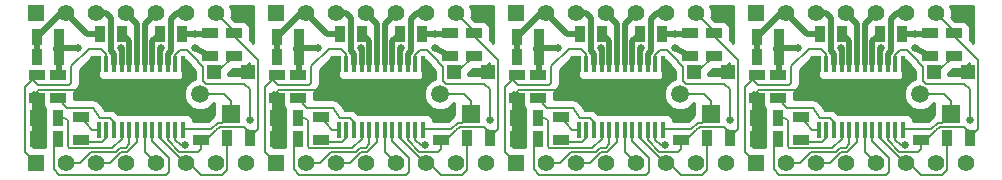
<source format=gtl>
G75*
G70*
%OFA0B0*%
%FSLAX25Y25*%
%IPPOS*%
%LPD*%
%AMOC8*
5,1,8,0,0,1.08239X$1,22.5*
%
%ADD10C,0.05500*%
%ADD11R,0.05500X0.05500*%
%ADD12R,0.01650X0.05790*%
%ADD13C,0.01900*%
%ADD14C,0.00600*%
%ADD20C,0.01000*%
%ADD24R,0.06300X0.05910*%
%ADD25R,0.05710X0.05910*%
%ADD29R,0.05500X0.03500*%
%ADD30C,0.05910*%
%ADD34C,0.02500*%
%ADD35R,0.04720X0.04720*%
%ADD37R,0.03500X0.05500*%
X0010000Y0010000D02*
G01*
D14*
D24*
X0080000Y0031500D03*
D35*
X0085710Y0045280D03*
X0074290Y0045280D03*
D29*
X0070000Y0030250D03*
X0070000Y0022750D03*
D37*
X0043750Y0058000D03*
X0036250Y0058000D03*
X0056250Y0058000D03*
X0063750Y0058000D03*
X0014750Y0023000D03*
X0022250Y0023000D03*
D29*
X0015500Y0044250D03*
X0015500Y0036750D03*
D37*
X0086250Y0023500D03*
X0078750Y0023500D03*
D29*
X0081000Y0058250D03*
X0081000Y0050750D03*
X0022500Y0036750D03*
X0022500Y0044250D03*
D37*
X0015250Y0050500D03*
X0022750Y0050500D03*
D29*
X0030000Y0030250D03*
X0030000Y0022750D03*
X0073000Y0058250D03*
X0073000Y0050750D03*
D37*
X0015250Y0057000D03*
X0022750Y0057000D03*
X0022250Y0030000D03*
X0014750Y0030000D03*
D11*
X0015000Y0065000D03*
D10*
X0025000Y0065000D03*
X0035000Y0065000D03*
X0045000Y0065000D03*
X0055000Y0065000D03*
X0065000Y0065000D03*
X0075000Y0065000D03*
X0085000Y0065000D03*
D11*
X0015000Y0015000D03*
D10*
X0025000Y0015000D03*
X0035000Y0015000D03*
X0045000Y0015000D03*
X0055000Y0015000D03*
X0065000Y0015000D03*
X0075000Y0015000D03*
X0085000Y0015000D03*
D25*
X0055710Y0034040D03*
X0050000Y0034040D03*
X0044290Y0034040D03*
X0044290Y0039950D03*
D12*
X0048720Y0025980D03*
X0051280Y0025980D03*
X0053840Y0025980D03*
X0056400Y0025980D03*
X0041080Y0048000D03*
X0041040Y0025980D03*
X0043600Y0025980D03*
X0046160Y0025980D03*
X0058960Y0048020D03*
X0056400Y0048020D03*
X0053840Y0048020D03*
X0051280Y0048020D03*
X0048720Y0048020D03*
X0046160Y0048020D03*
X0058960Y0025980D03*
X0043600Y0048000D03*
X0038480Y0025980D03*
X0061520Y0025980D03*
X0061520Y0048020D03*
X0038480Y0048020D03*
X0035930Y0025980D03*
X0064070Y0025980D03*
X0064070Y0048020D03*
X0035930Y0048020D03*
D25*
X0050000Y0039950D03*
X0055710Y0039950D03*
D30*
X0069750Y0038000D03*
D34*
X0086400Y0029400D03*
X0064700Y0020900D03*
X0056800Y0053300D03*
X0029100Y0053300D03*
X0043300Y0053300D03*
X0068000Y0053300D03*
X0080700Y0045200D03*
X0068000Y0058000D03*
D13*
X0051280Y0061280D02*
X0055000Y0065000D01*
X0051280Y0048020D02*
X0051280Y0061280D01*
X0058960Y0048020D02*
X0058960Y0051460D01*
X0062000Y0065000D02*
X0065000Y0065000D01*
X0060000Y0063000D02*
X0062000Y0065000D01*
X0060000Y0052500D02*
X0060000Y0063000D01*
X0058960Y0051460D02*
X0060000Y0052500D01*
X0048720Y0048020D02*
X0048720Y0061280D01*
X0048720Y0061280D02*
X0045000Y0065000D01*
X0040000Y0063500D02*
X0038500Y0065000D01*
X0035500Y0065000D02*
X0035000Y0065000D01*
X0041080Y0051420D02*
X0040000Y0052500D01*
X0040000Y0052500D02*
X0040000Y0063500D01*
X0038500Y0065000D02*
X0035000Y0065000D01*
X0041080Y0048000D02*
X0041080Y0051420D01*
D14*
X0069100Y0048650D02*
X0070750Y0047000D01*
X0065300Y0052700D02*
X0069100Y0048900D01*
X0061520Y0051120D02*
X0063100Y0052700D01*
X0069100Y0048900D02*
X0069100Y0048650D01*
X0063100Y0052700D02*
X0065300Y0052700D01*
X0084500Y0041500D02*
X0086400Y0039600D01*
X0061520Y0051120D02*
X0061520Y0048020D01*
X0071750Y0041500D02*
X0084500Y0041500D01*
X0070750Y0047000D02*
X0070750Y0042500D01*
X0070750Y0042500D02*
X0071750Y0041500D01*
X0086400Y0039600D02*
X0086400Y0029400D01*
X0015800Y0041000D02*
X0014500Y0042300D01*
X0038480Y0048020D02*
X0038480Y0051420D01*
X0014500Y0042300D02*
X0015500Y0044250D01*
X0026100Y0041000D02*
X0015800Y0041000D01*
X0026800Y0041700D02*
X0026100Y0041000D01*
X0026800Y0047300D02*
X0026800Y0041700D01*
X0032600Y0053100D02*
X0026800Y0047300D01*
X0036800Y0053100D02*
X0032600Y0053100D01*
X0038480Y0051420D02*
X0036800Y0053100D01*
X0011300Y0040500D02*
X0015500Y0044250D01*
X0011300Y0018700D02*
X0011300Y0040500D01*
X0015000Y0015000D02*
X0011300Y0018700D01*
X0041500Y0018700D02*
X0033500Y0018700D01*
X0033500Y0018700D02*
X0029800Y0015000D01*
X0041500Y0018700D02*
X0041600Y0018700D01*
X0025000Y0015000D02*
X0029800Y0015000D01*
X0044900Y0020100D02*
X0046160Y0021360D01*
X0043000Y0020100D02*
X0044900Y0020100D01*
X0041600Y0018700D02*
X0043000Y0020100D01*
X0046160Y0021360D02*
X0046160Y0025980D01*
X0048720Y0022120D02*
X0045300Y0018700D01*
X0048720Y0025980D02*
X0048720Y0022120D01*
X0045300Y0018700D02*
X0043500Y0018700D01*
X0039800Y0015000D02*
X0035000Y0015000D01*
X0043500Y0018700D02*
X0039800Y0015000D01*
X0061520Y0025980D02*
X0061520Y0022780D01*
X0063400Y0020900D02*
X0064700Y0020900D01*
X0061520Y0022780D02*
X0063400Y0020900D01*
D13*
X0056400Y0052900D02*
X0056800Y0053300D01*
X0073000Y0050700D02*
X0073000Y0050750D01*
X0043600Y0048000D02*
X0043600Y0053000D01*
X0022750Y0057000D02*
X0021750Y0053000D01*
X0022000Y0053000D02*
X0021750Y0053000D01*
X0021750Y0053000D02*
X0022750Y0050500D01*
X0043600Y0053000D02*
X0043300Y0053300D01*
X0021750Y0053300D02*
X0022000Y0053050D01*
X0029100Y0053300D02*
X0021750Y0053300D01*
X0068000Y0053300D02*
X0073000Y0050700D01*
X0022750Y0044000D02*
X0022500Y0044250D01*
X0022000Y0053050D02*
X0022000Y0053000D01*
X0022750Y0050500D02*
X0022750Y0044000D01*
X0056400Y0048020D02*
X0056400Y0052900D01*
D14*
X0051280Y0025980D02*
X0051280Y0018720D01*
X0051280Y0018720D02*
X0055000Y0015000D01*
X0077200Y0011100D02*
X0078750Y0012650D01*
X0065000Y0015000D02*
X0064700Y0015000D01*
X0056400Y0023300D02*
X0056400Y0025980D01*
X0064700Y0015000D02*
X0056400Y0023300D01*
X0078750Y0012650D02*
X0078750Y0023500D01*
X0070000Y0011100D02*
X0077200Y0011100D01*
X0065000Y0015000D02*
X0066100Y0015000D01*
X0066100Y0015000D02*
X0070000Y0011100D01*
X0015500Y0035500D02*
X0015500Y0036750D01*
X0016000Y0039500D02*
X0034000Y0039500D01*
X0035930Y0048020D02*
X0035930Y0041570D01*
X0035930Y0048020D02*
X0035930Y0049280D01*
X0034000Y0039500D02*
X0039560Y0034040D01*
X0044290Y0034040D02*
X0055710Y0034040D01*
X0066210Y0034040D02*
X0070000Y0030250D01*
X0037550Y0039950D02*
X0044290Y0039950D01*
X0055710Y0039950D02*
X0050000Y0039950D01*
X0014750Y0030000D02*
X0015500Y0035500D01*
X0050000Y0039950D02*
X0044290Y0039950D01*
X0035930Y0041570D02*
X0037550Y0039950D01*
X0080780Y0045280D02*
X0080700Y0045200D01*
X0014750Y0030000D02*
X0014750Y0023000D01*
X0064070Y0048020D02*
X0064070Y0041870D01*
X0055710Y0034040D02*
X0055710Y0039950D01*
X0015500Y0036750D02*
X0015500Y0039000D01*
X0062150Y0039950D02*
X0055710Y0039950D01*
X0015500Y0039000D02*
X0016000Y0039500D01*
X0064070Y0041870D02*
X0062150Y0039950D01*
X0085710Y0045280D02*
X0080780Y0045280D01*
X0039560Y0034040D02*
X0044290Y0034040D01*
X0055710Y0034040D02*
X0066210Y0034040D01*
X0058500Y0031250D02*
X0055710Y0034040D01*
D13*
X0023250Y0065000D02*
X0015250Y0057000D01*
X0072750Y0058000D02*
X0073000Y0058250D01*
X0015250Y0057000D02*
X0015250Y0050500D01*
X0025000Y0065000D02*
X0023250Y0065000D01*
X0025000Y0065000D02*
X0023000Y0065000D01*
X0036250Y0058000D02*
X0032000Y0058000D01*
X0068000Y0058000D02*
X0072750Y0058000D01*
X0015000Y0057000D02*
X0015250Y0057000D01*
X0063750Y0058000D02*
X0068000Y0058000D01*
X0032000Y0058000D02*
X0025000Y0065000D01*
D14*
X0075530Y0045280D02*
X0081000Y0050750D01*
X0074290Y0045280D02*
X0075530Y0045280D01*
X0022250Y0030000D02*
X0024500Y0030000D01*
X0025600Y0029400D02*
X0024500Y0030000D01*
X0025900Y0020000D02*
X0025600Y0020800D01*
X0025600Y0020800D02*
X0025600Y0029400D01*
X0040400Y0020000D02*
X0032900Y0020000D01*
X0043600Y0023200D02*
X0040400Y0020000D01*
X0043600Y0023200D02*
X0043600Y0025980D01*
X0032900Y0020000D02*
X0025900Y0020000D01*
D13*
X0053840Y0055590D02*
X0056250Y0058000D01*
X0053840Y0048020D02*
X0053840Y0055590D01*
X0046160Y0048020D02*
X0046160Y0055590D01*
X0046160Y0055590D02*
X0043750Y0058000D01*
D14*
X0025500Y0033500D02*
X0022500Y0036750D01*
X0041040Y0028660D02*
X0039700Y0030000D01*
X0034000Y0033500D02*
X0025500Y0033500D01*
X0041040Y0025980D02*
X0041040Y0028660D01*
X0039700Y0030000D02*
X0036500Y0030000D01*
X0036500Y0030000D02*
X0034000Y0033500D01*
X0037200Y0022100D02*
X0030150Y0022100D01*
X0038480Y0023380D02*
X0037200Y0022100D01*
X0030150Y0022100D02*
X0030000Y0022750D01*
X0038480Y0025980D02*
X0038480Y0023380D01*
X0035930Y0025980D02*
X0033770Y0025980D01*
X0033770Y0025980D02*
X0030000Y0030250D01*
X0077000Y0028500D02*
X0075750Y0028500D01*
X0080000Y0031500D02*
X0077000Y0028500D01*
X0064340Y0026250D02*
X0064070Y0025980D01*
X0073500Y0026250D02*
X0064340Y0026250D01*
X0075750Y0028500D02*
X0073500Y0026250D01*
X0064090Y0026000D02*
X0064070Y0025980D01*
X0080000Y0031500D02*
X0080000Y0035750D01*
X0077750Y0038000D02*
X0069750Y0038000D01*
X0080000Y0035750D02*
X0077750Y0038000D01*
X0064070Y0025980D02*
X0064380Y0025980D01*
X0059300Y0012100D02*
X0058300Y0011100D01*
X0053840Y0022260D02*
X0059300Y0016800D01*
X0022700Y0011100D02*
X0022700Y0011200D01*
X0022700Y0011200D02*
X0021000Y0012900D01*
X0021000Y0012900D02*
X0021000Y0022350D01*
X0053840Y0025980D02*
X0053840Y0022260D01*
X0059300Y0016800D02*
X0059300Y0012100D01*
X0058300Y0011100D02*
X0022700Y0011100D01*
X0021000Y0022350D02*
X0022250Y0023000D01*
X0083100Y0027200D02*
X0076300Y0027200D01*
X0086250Y0025250D02*
X0084300Y0027200D01*
X0083100Y0027200D02*
X0084300Y0027200D01*
X0071750Y0022750D02*
X0070000Y0022750D01*
X0074900Y0025900D02*
X0071750Y0022750D01*
X0075000Y0025900D02*
X0074900Y0025900D01*
X0076300Y0027200D02*
X0075000Y0025900D01*
X0081000Y0058250D02*
X0081000Y0057500D01*
X0089000Y0026250D02*
X0086250Y0023500D01*
X0089000Y0049500D02*
X0089000Y0026250D01*
X0081000Y0057500D02*
X0089000Y0049500D01*
X0070000Y0022750D02*
X0070000Y0023800D01*
X0058960Y0025980D02*
X0058960Y0022540D01*
X0070000Y0019700D02*
X0070000Y0022750D01*
X0069000Y0018700D02*
X0070000Y0019700D01*
X0062800Y0018700D02*
X0069000Y0018700D01*
X0058960Y0022540D02*
X0062800Y0018700D01*
X0086250Y0023500D02*
X0086250Y0025250D01*
X0086250Y0024050D02*
X0086250Y0023500D01*
X0086250Y0025250D02*
X0086250Y0023500D01*
X0081000Y0059000D02*
X0075000Y0065000D01*
X0081000Y0058250D02*
X0081000Y0059000D01*
G36*
X0018110Y0026510D02*
X0018010Y0026250D01*
X0018010Y0025260D01*
X0018010Y0020240D01*
X0017260Y0020240D01*
X0014100Y0020240D01*
X0014100Y0038840D01*
X0014720Y0038420D01*
X0014730Y0038410D01*
X0015790Y0038210D01*
X0015800Y0038200D01*
X0017260Y0038200D01*
X0017260Y0038010D01*
X0017260Y0034510D01*
X0017640Y0033590D01*
X0018010Y0033220D01*
X0018010Y0032260D01*
X0018010Y0026760D01*
X0018110Y0026510D01*
X0018110Y0026510D01*
G37*
D20*
X0018110Y0026510D02*
X0018010Y0026250D01*
X0018010Y0025260D01*
X0018010Y0020240D01*
X0017260Y0020240D01*
X0014100Y0020240D01*
X0014100Y0038840D01*
X0014720Y0038420D01*
X0014730Y0038410D01*
X0015790Y0038210D01*
X0015800Y0038200D01*
X0017260Y0038200D01*
X0017260Y0038010D01*
X0017260Y0034510D01*
X0017640Y0033590D01*
X0018010Y0033220D01*
X0018010Y0032260D01*
X0018010Y0026760D01*
X0018110Y0026510D01*
D14*
G36*
X0074360Y0030880D02*
X0073770Y0030480D01*
X0072340Y0029050D01*
X0067380Y0029050D01*
X0067380Y0029360D01*
X0067000Y0030280D01*
X0066300Y0030980D01*
X0065390Y0031360D01*
X0064400Y0031360D01*
X0062840Y0031360D01*
X0062760Y0031360D01*
X0061850Y0031360D01*
X0060280Y0031360D01*
X0060210Y0031360D01*
X0059290Y0031360D01*
X0057720Y0031360D01*
X0057650Y0031360D01*
X0056730Y0031360D01*
X0055160Y0031360D01*
X0055090Y0031360D01*
X0054170Y0031360D01*
X0052600Y0031360D01*
X0052530Y0031360D01*
X0051610Y0031360D01*
X0050040Y0031360D01*
X0049970Y0031360D01*
X0049050Y0031360D01*
X0047480Y0031360D01*
X0047410Y0031360D01*
X0046490Y0031360D01*
X0044920Y0031360D01*
X0044850Y0031360D01*
X0043930Y0031360D01*
X0042360Y0031360D01*
X0042300Y0031360D01*
X0041680Y0031980D01*
X0040770Y0032590D01*
X0039700Y0032800D01*
X0037940Y0032800D01*
X0036280Y0035130D01*
X0036100Y0035310D01*
X0035980Y0035480D01*
X0035740Y0035640D01*
X0035490Y0035880D01*
X0035250Y0035970D01*
X0035070Y0036090D01*
X0034750Y0036160D01*
X0034460Y0036260D01*
X0034230Y0036260D01*
X0034000Y0036300D01*
X0027740Y0036300D01*
X0027740Y0038800D01*
X0028080Y0039020D01*
X0028770Y0039710D01*
X0028770Y0039720D01*
X0028780Y0039720D01*
X0029380Y0040620D01*
X0029390Y0040630D01*
X0029590Y0041690D01*
X0029600Y0041700D01*
X0029600Y0046140D01*
X0033760Y0050300D01*
X0035170Y0050300D01*
X0035170Y0044640D01*
X0035550Y0043720D01*
X0036250Y0043020D01*
X0037160Y0042640D01*
X0038150Y0042640D01*
X0039710Y0042640D01*
X0039760Y0042620D01*
X0040750Y0042620D01*
X0042280Y0042620D01*
X0042390Y0042620D01*
X0043270Y0042620D01*
X0044910Y0042620D01*
X0044950Y0042640D01*
X0045830Y0042640D01*
X0047400Y0042640D01*
X0047470Y0042640D01*
X0048390Y0042640D01*
X0049960Y0042640D01*
X0050030Y0042640D01*
X0050950Y0042640D01*
X0052520Y0042640D01*
X0052590Y0042640D01*
X0053510Y0042640D01*
X0055080Y0042640D01*
X0055150Y0042640D01*
X0056070Y0042640D01*
X0057640Y0042640D01*
X0057710Y0042640D01*
X0058630Y0042640D01*
X0060200Y0042640D01*
X0060270Y0042640D01*
X0061190Y0042640D01*
X0062830Y0042640D01*
X0063750Y0043020D01*
X0064450Y0043720D01*
X0064830Y0044630D01*
X0064830Y0045620D01*
X0064830Y0049210D01*
X0066610Y0047430D01*
X0067120Y0046670D01*
X0067950Y0045840D01*
X0067950Y0043150D01*
X0066670Y0042610D01*
X0065140Y0041080D01*
X0064310Y0039080D01*
X0064310Y0036920D01*
X0065140Y0034920D01*
X0066670Y0033390D01*
X0068670Y0032560D01*
X0070830Y0032560D01*
X0072830Y0033390D01*
X0074360Y0034920D01*
X0074360Y0033960D01*
X0074360Y0030880D01*
X0074360Y0030880D01*
G37*
D20*
X0074360Y0030880D02*
X0073770Y0030480D01*
X0072340Y0029050D01*
X0067380Y0029050D01*
X0067380Y0029360D01*
X0067000Y0030280D01*
X0066300Y0030980D01*
X0065390Y0031360D01*
X0064400Y0031360D01*
X0062840Y0031360D01*
X0062760Y0031360D01*
X0061850Y0031360D01*
X0060280Y0031360D01*
X0060210Y0031360D01*
X0059290Y0031360D01*
X0057720Y0031360D01*
X0057650Y0031360D01*
X0056730Y0031360D01*
X0055160Y0031360D01*
X0055090Y0031360D01*
X0054170Y0031360D01*
X0052600Y0031360D01*
X0052530Y0031360D01*
X0051610Y0031360D01*
X0050040Y0031360D01*
X0049970Y0031360D01*
X0049050Y0031360D01*
X0047480Y0031360D01*
X0047410Y0031360D01*
X0046490Y0031360D01*
X0044920Y0031360D01*
X0044850Y0031360D01*
X0043930Y0031360D01*
X0042360Y0031360D01*
X0042300Y0031360D01*
X0041680Y0031980D01*
X0040770Y0032590D01*
X0039700Y0032800D01*
X0037940Y0032800D01*
X0036280Y0035130D01*
X0036100Y0035310D01*
X0035980Y0035480D01*
X0035740Y0035640D01*
X0035490Y0035880D01*
X0035250Y0035970D01*
X0035070Y0036090D01*
X0034750Y0036160D01*
X0034460Y0036260D01*
X0034230Y0036260D01*
X0034000Y0036300D01*
X0027740Y0036300D01*
X0027740Y0038800D01*
X0028080Y0039020D01*
X0028770Y0039710D01*
X0028770Y0039720D01*
X0028780Y0039720D01*
X0029380Y0040620D01*
X0029390Y0040630D01*
X0029590Y0041690D01*
X0029600Y0041700D01*
X0029600Y0046140D01*
X0033760Y0050300D01*
X0035170Y0050300D01*
X0035170Y0044640D01*
X0035550Y0043720D01*
X0036250Y0043020D01*
X0037160Y0042640D01*
X0038150Y0042640D01*
X0039710Y0042640D01*
X0039760Y0042620D01*
X0040750Y0042620D01*
X0042280Y0042620D01*
X0042390Y0042620D01*
X0043270Y0042620D01*
X0044910Y0042620D01*
X0044950Y0042640D01*
X0045830Y0042640D01*
X0047400Y0042640D01*
X0047470Y0042640D01*
X0048390Y0042640D01*
X0049960Y0042640D01*
X0050030Y0042640D01*
X0050950Y0042640D01*
X0052520Y0042640D01*
X0052590Y0042640D01*
X0053510Y0042640D01*
X0055080Y0042640D01*
X0055150Y0042640D01*
X0056070Y0042640D01*
X0057640Y0042640D01*
X0057710Y0042640D01*
X0058630Y0042640D01*
X0060200Y0042640D01*
X0060270Y0042640D01*
X0061190Y0042640D01*
X0062830Y0042640D01*
X0063750Y0043020D01*
X0064450Y0043720D01*
X0064830Y0044630D01*
X0064830Y0045620D01*
X0064830Y0049210D01*
X0066610Y0047430D01*
X0067120Y0046670D01*
X0067950Y0045840D01*
X0067950Y0043150D01*
X0066670Y0042610D01*
X0065140Y0041080D01*
X0064310Y0039080D01*
X0064310Y0036920D01*
X0065140Y0034920D01*
X0066670Y0033390D01*
X0068670Y0032560D01*
X0070830Y0032560D01*
X0072830Y0033390D01*
X0074360Y0034920D01*
X0074360Y0033960D01*
X0074360Y0030880D01*
D14*
G36*
X0086200Y0043670D02*
X0085570Y0044090D01*
X0084500Y0044300D01*
X0079140Y0044300D01*
X0079140Y0044930D01*
X0080720Y0046510D01*
X0084240Y0046510D01*
X0085160Y0046890D01*
X0085860Y0047590D01*
X0086180Y0048360D01*
X0086200Y0048340D01*
X0086200Y0043670D01*
X0086200Y0043670D01*
G37*
D20*
X0086200Y0043670D02*
X0085570Y0044090D01*
X0084500Y0044300D01*
X0079140Y0044300D01*
X0079140Y0044930D01*
X0080720Y0046510D01*
X0084240Y0046510D01*
X0085160Y0046890D01*
X0085860Y0047590D01*
X0086180Y0048360D01*
X0086200Y0048340D01*
X0086200Y0043670D01*
D14*
G36*
X0087400Y0055060D02*
X0086240Y0056220D01*
X0086240Y0056990D01*
X0086240Y0060490D01*
X0085860Y0061410D01*
X0085160Y0062110D01*
X0084250Y0062490D01*
X0083260Y0062490D01*
X0081470Y0062490D01*
X0080170Y0063790D01*
X0080250Y0063950D01*
X0080250Y0066040D01*
X0079680Y0067400D01*
X0087400Y0067400D01*
X0087400Y0055060D01*
X0087400Y0055060D01*
G37*
D20*
X0087400Y0055060D02*
X0086240Y0056220D01*
X0086240Y0056990D01*
X0086240Y0060490D01*
X0085860Y0061410D01*
X0085160Y0062110D01*
X0084250Y0062490D01*
X0083260Y0062490D01*
X0081470Y0062490D01*
X0080170Y0063790D01*
X0080250Y0063950D01*
X0080250Y0066040D01*
X0079680Y0067400D01*
X0087400Y0067400D01*
X0087400Y0055060D01*
X0090000Y0010000D02*
G01*
D14*
D24*
X0160000Y0031500D03*
D35*
X0165710Y0045280D03*
X0154290Y0045280D03*
D29*
X0150000Y0030250D03*
X0150000Y0022750D03*
D37*
X0123750Y0058000D03*
X0116250Y0058000D03*
X0136250Y0058000D03*
X0143750Y0058000D03*
X0094750Y0023000D03*
X0102250Y0023000D03*
D29*
X0095500Y0044250D03*
X0095500Y0036750D03*
D37*
X0166250Y0023500D03*
X0158750Y0023500D03*
D29*
X0161000Y0058250D03*
X0161000Y0050750D03*
X0102500Y0036750D03*
X0102500Y0044250D03*
D37*
X0095250Y0050500D03*
X0102750Y0050500D03*
D29*
X0110000Y0030250D03*
X0110000Y0022750D03*
X0153000Y0058250D03*
X0153000Y0050750D03*
D37*
X0095250Y0057000D03*
X0102750Y0057000D03*
X0102250Y0030000D03*
X0094750Y0030000D03*
D11*
X0095000Y0065000D03*
D10*
X0105000Y0065000D03*
X0115000Y0065000D03*
X0125000Y0065000D03*
X0135000Y0065000D03*
X0145000Y0065000D03*
X0155000Y0065000D03*
X0165000Y0065000D03*
D11*
X0095000Y0015000D03*
D10*
X0105000Y0015000D03*
X0115000Y0015000D03*
X0125000Y0015000D03*
X0135000Y0015000D03*
X0145000Y0015000D03*
X0155000Y0015000D03*
X0165000Y0015000D03*
D25*
X0135710Y0034040D03*
X0130000Y0034040D03*
X0124290Y0034040D03*
X0124290Y0039950D03*
D12*
X0128720Y0025980D03*
X0131280Y0025980D03*
X0133840Y0025980D03*
X0136400Y0025980D03*
X0121080Y0048000D03*
X0121040Y0025980D03*
X0123600Y0025980D03*
X0126160Y0025980D03*
X0138960Y0048020D03*
X0136400Y0048020D03*
X0133840Y0048020D03*
X0131280Y0048020D03*
X0128720Y0048020D03*
X0126160Y0048020D03*
X0138960Y0025980D03*
X0123600Y0048000D03*
X0118480Y0025980D03*
X0141520Y0025980D03*
X0141520Y0048020D03*
X0118480Y0048020D03*
X0115930Y0025980D03*
X0144070Y0025980D03*
X0144070Y0048020D03*
X0115930Y0048020D03*
D25*
X0130000Y0039950D03*
X0135710Y0039950D03*
D30*
X0149750Y0038000D03*
D34*
X0166400Y0029400D03*
X0144700Y0020900D03*
X0136800Y0053300D03*
X0109100Y0053300D03*
X0123300Y0053300D03*
X0148000Y0053300D03*
X0160700Y0045200D03*
X0148000Y0058000D03*
D13*
X0131280Y0061280D02*
X0135000Y0065000D01*
X0131280Y0048020D02*
X0131280Y0061280D01*
X0138960Y0048020D02*
X0138960Y0051460D01*
X0142000Y0065000D02*
X0145000Y0065000D01*
X0140000Y0063000D02*
X0142000Y0065000D01*
X0140000Y0052500D02*
X0140000Y0063000D01*
X0138960Y0051460D02*
X0140000Y0052500D01*
X0128720Y0048020D02*
X0128720Y0061280D01*
X0128720Y0061280D02*
X0125000Y0065000D01*
X0120000Y0063500D02*
X0118500Y0065000D01*
X0115500Y0065000D02*
X0115000Y0065000D01*
X0121080Y0051420D02*
X0120000Y0052500D01*
X0120000Y0052500D02*
X0120000Y0063500D01*
X0118500Y0065000D02*
X0115000Y0065000D01*
X0121080Y0048000D02*
X0121080Y0051420D01*
D14*
X0149100Y0048650D02*
X0150750Y0047000D01*
X0145300Y0052700D02*
X0149100Y0048900D01*
X0141520Y0051120D02*
X0143100Y0052700D01*
X0149100Y0048900D02*
X0149100Y0048650D01*
X0143100Y0052700D02*
X0145300Y0052700D01*
X0164500Y0041500D02*
X0166400Y0039600D01*
X0141520Y0051120D02*
X0141520Y0048020D01*
X0151750Y0041500D02*
X0164500Y0041500D01*
X0150750Y0047000D02*
X0150750Y0042500D01*
X0150750Y0042500D02*
X0151750Y0041500D01*
X0166400Y0039600D02*
X0166400Y0029400D01*
X0095800Y0041000D02*
X0094500Y0042300D01*
X0118480Y0048020D02*
X0118480Y0051420D01*
X0094500Y0042300D02*
X0095500Y0044250D01*
X0106100Y0041000D02*
X0095800Y0041000D01*
X0106800Y0041700D02*
X0106100Y0041000D01*
X0106800Y0047300D02*
X0106800Y0041700D01*
X0112600Y0053100D02*
X0106800Y0047300D01*
X0116800Y0053100D02*
X0112600Y0053100D01*
X0118480Y0051420D02*
X0116800Y0053100D01*
X0091300Y0040500D02*
X0095500Y0044250D01*
X0091300Y0018700D02*
X0091300Y0040500D01*
X0095000Y0015000D02*
X0091300Y0018700D01*
X0121500Y0018700D02*
X0113500Y0018700D01*
X0113500Y0018700D02*
X0109800Y0015000D01*
X0121500Y0018700D02*
X0121600Y0018700D01*
X0105000Y0015000D02*
X0109800Y0015000D01*
X0124900Y0020100D02*
X0126160Y0021360D01*
X0123000Y0020100D02*
X0124900Y0020100D01*
X0121600Y0018700D02*
X0123000Y0020100D01*
X0126160Y0021360D02*
X0126160Y0025980D01*
X0128720Y0022120D02*
X0125300Y0018700D01*
X0128720Y0025980D02*
X0128720Y0022120D01*
X0125300Y0018700D02*
X0123500Y0018700D01*
X0119800Y0015000D02*
X0115000Y0015000D01*
X0123500Y0018700D02*
X0119800Y0015000D01*
X0141520Y0025980D02*
X0141520Y0022780D01*
X0143400Y0020900D02*
X0144700Y0020900D01*
X0141520Y0022780D02*
X0143400Y0020900D01*
D13*
X0136400Y0052900D02*
X0136800Y0053300D01*
X0153000Y0050700D02*
X0153000Y0050750D01*
X0123600Y0048000D02*
X0123600Y0053000D01*
X0102750Y0057000D02*
X0101750Y0053000D01*
X0102000Y0053000D02*
X0101750Y0053000D01*
X0101750Y0053000D02*
X0102750Y0050500D01*
X0123600Y0053000D02*
X0123300Y0053300D01*
X0101750Y0053300D02*
X0102000Y0053050D01*
X0109100Y0053300D02*
X0101750Y0053300D01*
X0148000Y0053300D02*
X0153000Y0050700D01*
X0102750Y0044000D02*
X0102500Y0044250D01*
X0102000Y0053050D02*
X0102000Y0053000D01*
X0102750Y0050500D02*
X0102750Y0044000D01*
X0136400Y0048020D02*
X0136400Y0052900D01*
D14*
X0131280Y0025980D02*
X0131280Y0018720D01*
X0131280Y0018720D02*
X0135000Y0015000D01*
X0157200Y0011100D02*
X0158750Y0012650D01*
X0145000Y0015000D02*
X0144700Y0015000D01*
X0136400Y0023300D02*
X0136400Y0025980D01*
X0144700Y0015000D02*
X0136400Y0023300D01*
X0158750Y0012650D02*
X0158750Y0023500D01*
X0150000Y0011100D02*
X0157200Y0011100D01*
X0145000Y0015000D02*
X0146100Y0015000D01*
X0146100Y0015000D02*
X0150000Y0011100D01*
X0095500Y0035500D02*
X0095500Y0036750D01*
X0096000Y0039500D02*
X0114000Y0039500D01*
X0115930Y0048020D02*
X0115930Y0041570D01*
X0115930Y0048020D02*
X0115930Y0049280D01*
X0114000Y0039500D02*
X0119560Y0034040D01*
X0124290Y0034040D02*
X0135710Y0034040D01*
X0146210Y0034040D02*
X0150000Y0030250D01*
X0117550Y0039950D02*
X0124290Y0039950D01*
X0135710Y0039950D02*
X0130000Y0039950D01*
X0094750Y0030000D02*
X0095500Y0035500D01*
X0130000Y0039950D02*
X0124290Y0039950D01*
X0115930Y0041570D02*
X0117550Y0039950D01*
X0160780Y0045280D02*
X0160700Y0045200D01*
X0094750Y0030000D02*
X0094750Y0023000D01*
X0144070Y0048020D02*
X0144070Y0041870D01*
X0135710Y0034040D02*
X0135710Y0039950D01*
X0095500Y0036750D02*
X0095500Y0039000D01*
X0142150Y0039950D02*
X0135710Y0039950D01*
X0095500Y0039000D02*
X0096000Y0039500D01*
X0144070Y0041870D02*
X0142150Y0039950D01*
X0165710Y0045280D02*
X0160780Y0045280D01*
X0119560Y0034040D02*
X0124290Y0034040D01*
X0135710Y0034040D02*
X0146210Y0034040D01*
X0138500Y0031250D02*
X0135710Y0034040D01*
D13*
X0103250Y0065000D02*
X0095250Y0057000D01*
X0152750Y0058000D02*
X0153000Y0058250D01*
X0095250Y0057000D02*
X0095250Y0050500D01*
X0105000Y0065000D02*
X0103250Y0065000D01*
X0105000Y0065000D02*
X0103000Y0065000D01*
X0116250Y0058000D02*
X0112000Y0058000D01*
X0148000Y0058000D02*
X0152750Y0058000D01*
X0095000Y0057000D02*
X0095250Y0057000D01*
X0143750Y0058000D02*
X0148000Y0058000D01*
X0112000Y0058000D02*
X0105000Y0065000D01*
D14*
X0155530Y0045280D02*
X0161000Y0050750D01*
X0154290Y0045280D02*
X0155530Y0045280D01*
X0102250Y0030000D02*
X0104500Y0030000D01*
X0105600Y0029400D02*
X0104500Y0030000D01*
X0105900Y0020000D02*
X0105600Y0020800D01*
X0105600Y0020800D02*
X0105600Y0029400D01*
X0120400Y0020000D02*
X0112900Y0020000D01*
X0123600Y0023200D02*
X0120400Y0020000D01*
X0123600Y0023200D02*
X0123600Y0025980D01*
X0112900Y0020000D02*
X0105900Y0020000D01*
D13*
X0133840Y0055590D02*
X0136250Y0058000D01*
X0133840Y0048020D02*
X0133840Y0055590D01*
X0126160Y0048020D02*
X0126160Y0055590D01*
X0126160Y0055590D02*
X0123750Y0058000D01*
D14*
X0105500Y0033500D02*
X0102500Y0036750D01*
X0121040Y0028660D02*
X0119700Y0030000D01*
X0114000Y0033500D02*
X0105500Y0033500D01*
X0121040Y0025980D02*
X0121040Y0028660D01*
X0119700Y0030000D02*
X0116500Y0030000D01*
X0116500Y0030000D02*
X0114000Y0033500D01*
X0117200Y0022100D02*
X0110150Y0022100D01*
X0118480Y0023380D02*
X0117200Y0022100D01*
X0110150Y0022100D02*
X0110000Y0022750D01*
X0118480Y0025980D02*
X0118480Y0023380D01*
X0115930Y0025980D02*
X0113770Y0025980D01*
X0113770Y0025980D02*
X0110000Y0030250D01*
X0157000Y0028500D02*
X0155750Y0028500D01*
X0160000Y0031500D02*
X0157000Y0028500D01*
X0144340Y0026250D02*
X0144070Y0025980D01*
X0153500Y0026250D02*
X0144340Y0026250D01*
X0155750Y0028500D02*
X0153500Y0026250D01*
X0144090Y0026000D02*
X0144070Y0025980D01*
X0160000Y0031500D02*
X0160000Y0035750D01*
X0157750Y0038000D02*
X0149750Y0038000D01*
X0160000Y0035750D02*
X0157750Y0038000D01*
X0144070Y0025980D02*
X0144380Y0025980D01*
X0139300Y0012100D02*
X0138300Y0011100D01*
X0133840Y0022260D02*
X0139300Y0016800D01*
X0102700Y0011100D02*
X0102700Y0011200D01*
X0102700Y0011200D02*
X0101000Y0012900D01*
X0101000Y0012900D02*
X0101000Y0022350D01*
X0133840Y0025980D02*
X0133840Y0022260D01*
X0139300Y0016800D02*
X0139300Y0012100D01*
X0138300Y0011100D02*
X0102700Y0011100D01*
X0101000Y0022350D02*
X0102250Y0023000D01*
X0163100Y0027200D02*
X0156300Y0027200D01*
X0166250Y0025250D02*
X0164300Y0027200D01*
X0163100Y0027200D02*
X0164300Y0027200D01*
X0151750Y0022750D02*
X0150000Y0022750D01*
X0154900Y0025900D02*
X0151750Y0022750D01*
X0155000Y0025900D02*
X0154900Y0025900D01*
X0156300Y0027200D02*
X0155000Y0025900D01*
X0161000Y0058250D02*
X0161000Y0057500D01*
X0169000Y0026250D02*
X0166250Y0023500D01*
X0169000Y0049500D02*
X0169000Y0026250D01*
X0161000Y0057500D02*
X0169000Y0049500D01*
X0150000Y0022750D02*
X0150000Y0023800D01*
X0138960Y0025980D02*
X0138960Y0022540D01*
X0150000Y0019700D02*
X0150000Y0022750D01*
X0149000Y0018700D02*
X0150000Y0019700D01*
X0142800Y0018700D02*
X0149000Y0018700D01*
X0138960Y0022540D02*
X0142800Y0018700D01*
X0166250Y0023500D02*
X0166250Y0025250D01*
X0166250Y0024050D02*
X0166250Y0023500D01*
X0166250Y0025250D02*
X0166250Y0023500D01*
X0161000Y0059000D02*
X0155000Y0065000D01*
X0161000Y0058250D02*
X0161000Y0059000D01*
G36*
X0098110Y0026510D02*
X0098010Y0026250D01*
X0098010Y0025260D01*
X0098010Y0020240D01*
X0097260Y0020240D01*
X0094100Y0020240D01*
X0094100Y0038840D01*
X0094720Y0038420D01*
X0094730Y0038410D01*
X0095790Y0038210D01*
X0095800Y0038200D01*
X0097260Y0038200D01*
X0097260Y0038010D01*
X0097260Y0034510D01*
X0097640Y0033590D01*
X0098010Y0033220D01*
X0098010Y0032260D01*
X0098010Y0026760D01*
X0098110Y0026510D01*
X0098110Y0026510D01*
G37*
D20*
X0098110Y0026510D02*
X0098010Y0026250D01*
X0098010Y0025260D01*
X0098010Y0020240D01*
X0097260Y0020240D01*
X0094100Y0020240D01*
X0094100Y0038840D01*
X0094720Y0038420D01*
X0094730Y0038410D01*
X0095790Y0038210D01*
X0095800Y0038200D01*
X0097260Y0038200D01*
X0097260Y0038010D01*
X0097260Y0034510D01*
X0097640Y0033590D01*
X0098010Y0033220D01*
X0098010Y0032260D01*
X0098010Y0026760D01*
X0098110Y0026510D01*
D14*
G36*
X0154360Y0030880D02*
X0153770Y0030480D01*
X0152340Y0029050D01*
X0147380Y0029050D01*
X0147380Y0029360D01*
X0147000Y0030280D01*
X0146300Y0030980D01*
X0145390Y0031360D01*
X0144400Y0031360D01*
X0142840Y0031360D01*
X0142760Y0031360D01*
X0141850Y0031360D01*
X0140280Y0031360D01*
X0140210Y0031360D01*
X0139290Y0031360D01*
X0137720Y0031360D01*
X0137650Y0031360D01*
X0136730Y0031360D01*
X0135160Y0031360D01*
X0135090Y0031360D01*
X0134170Y0031360D01*
X0132600Y0031360D01*
X0132530Y0031360D01*
X0131610Y0031360D01*
X0130040Y0031360D01*
X0129970Y0031360D01*
X0129050Y0031360D01*
X0127480Y0031360D01*
X0127410Y0031360D01*
X0126490Y0031360D01*
X0124920Y0031360D01*
X0124850Y0031360D01*
X0123930Y0031360D01*
X0122360Y0031360D01*
X0122300Y0031360D01*
X0121680Y0031980D01*
X0120770Y0032590D01*
X0119700Y0032800D01*
X0117940Y0032800D01*
X0116280Y0035130D01*
X0116100Y0035310D01*
X0115980Y0035480D01*
X0115740Y0035640D01*
X0115490Y0035880D01*
X0115250Y0035970D01*
X0115070Y0036090D01*
X0114750Y0036160D01*
X0114460Y0036260D01*
X0114230Y0036260D01*
X0114000Y0036300D01*
X0107740Y0036300D01*
X0107740Y0038800D01*
X0108080Y0039020D01*
X0108770Y0039710D01*
X0108770Y0039720D01*
X0108780Y0039720D01*
X0109380Y0040620D01*
X0109390Y0040630D01*
X0109590Y0041690D01*
X0109600Y0041700D01*
X0109600Y0046140D01*
X0113760Y0050300D01*
X0115170Y0050300D01*
X0115170Y0044640D01*
X0115550Y0043720D01*
X0116250Y0043020D01*
X0117160Y0042640D01*
X0118150Y0042640D01*
X0119710Y0042640D01*
X0119760Y0042620D01*
X0120750Y0042620D01*
X0122280Y0042620D01*
X0122390Y0042620D01*
X0123270Y0042620D01*
X0124910Y0042620D01*
X0124950Y0042640D01*
X0125830Y0042640D01*
X0127400Y0042640D01*
X0127470Y0042640D01*
X0128390Y0042640D01*
X0129960Y0042640D01*
X0130030Y0042640D01*
X0130950Y0042640D01*
X0132520Y0042640D01*
X0132590Y0042640D01*
X0133510Y0042640D01*
X0135080Y0042640D01*
X0135150Y0042640D01*
X0136070Y0042640D01*
X0137640Y0042640D01*
X0137710Y0042640D01*
X0138630Y0042640D01*
X0140200Y0042640D01*
X0140270Y0042640D01*
X0141190Y0042640D01*
X0142830Y0042640D01*
X0143750Y0043020D01*
X0144450Y0043720D01*
X0144830Y0044630D01*
X0144830Y0045620D01*
X0144830Y0049210D01*
X0146610Y0047430D01*
X0147120Y0046670D01*
X0147950Y0045840D01*
X0147950Y0043150D01*
X0146670Y0042610D01*
X0145140Y0041080D01*
X0144310Y0039080D01*
X0144310Y0036920D01*
X0145140Y0034920D01*
X0146670Y0033390D01*
X0148670Y0032560D01*
X0150830Y0032560D01*
X0152830Y0033390D01*
X0154360Y0034920D01*
X0154360Y0033960D01*
X0154360Y0030880D01*
X0154360Y0030880D01*
G37*
D20*
X0154360Y0030880D02*
X0153770Y0030480D01*
X0152340Y0029050D01*
X0147380Y0029050D01*
X0147380Y0029360D01*
X0147000Y0030280D01*
X0146300Y0030980D01*
X0145390Y0031360D01*
X0144400Y0031360D01*
X0142840Y0031360D01*
X0142760Y0031360D01*
X0141850Y0031360D01*
X0140280Y0031360D01*
X0140210Y0031360D01*
X0139290Y0031360D01*
X0137720Y0031360D01*
X0137650Y0031360D01*
X0136730Y0031360D01*
X0135160Y0031360D01*
X0135090Y0031360D01*
X0134170Y0031360D01*
X0132600Y0031360D01*
X0132530Y0031360D01*
X0131610Y0031360D01*
X0130040Y0031360D01*
X0129970Y0031360D01*
X0129050Y0031360D01*
X0127480Y0031360D01*
X0127410Y0031360D01*
X0126490Y0031360D01*
X0124920Y0031360D01*
X0124850Y0031360D01*
X0123930Y0031360D01*
X0122360Y0031360D01*
X0122300Y0031360D01*
X0121680Y0031980D01*
X0120770Y0032590D01*
X0119700Y0032800D01*
X0117940Y0032800D01*
X0116280Y0035130D01*
X0116100Y0035310D01*
X0115980Y0035480D01*
X0115740Y0035640D01*
X0115490Y0035880D01*
X0115250Y0035970D01*
X0115070Y0036090D01*
X0114750Y0036160D01*
X0114460Y0036260D01*
X0114230Y0036260D01*
X0114000Y0036300D01*
X0107740Y0036300D01*
X0107740Y0038800D01*
X0108080Y0039020D01*
X0108770Y0039710D01*
X0108770Y0039720D01*
X0108780Y0039720D01*
X0109380Y0040620D01*
X0109390Y0040630D01*
X0109590Y0041690D01*
X0109600Y0041700D01*
X0109600Y0046140D01*
X0113760Y0050300D01*
X0115170Y0050300D01*
X0115170Y0044640D01*
X0115550Y0043720D01*
X0116250Y0043020D01*
X0117160Y0042640D01*
X0118150Y0042640D01*
X0119710Y0042640D01*
X0119760Y0042620D01*
X0120750Y0042620D01*
X0122280Y0042620D01*
X0122390Y0042620D01*
X0123270Y0042620D01*
X0124910Y0042620D01*
X0124950Y0042640D01*
X0125830Y0042640D01*
X0127400Y0042640D01*
X0127470Y0042640D01*
X0128390Y0042640D01*
X0129960Y0042640D01*
X0130030Y0042640D01*
X0130950Y0042640D01*
X0132520Y0042640D01*
X0132590Y0042640D01*
X0133510Y0042640D01*
X0135080Y0042640D01*
X0135150Y0042640D01*
X0136070Y0042640D01*
X0137640Y0042640D01*
X0137710Y0042640D01*
X0138630Y0042640D01*
X0140200Y0042640D01*
X0140270Y0042640D01*
X0141190Y0042640D01*
X0142830Y0042640D01*
X0143750Y0043020D01*
X0144450Y0043720D01*
X0144830Y0044630D01*
X0144830Y0045620D01*
X0144830Y0049210D01*
X0146610Y0047430D01*
X0147120Y0046670D01*
X0147950Y0045840D01*
X0147950Y0043150D01*
X0146670Y0042610D01*
X0145140Y0041080D01*
X0144310Y0039080D01*
X0144310Y0036920D01*
X0145140Y0034920D01*
X0146670Y0033390D01*
X0148670Y0032560D01*
X0150830Y0032560D01*
X0152830Y0033390D01*
X0154360Y0034920D01*
X0154360Y0033960D01*
X0154360Y0030880D01*
D14*
G36*
X0166200Y0043670D02*
X0165570Y0044090D01*
X0164500Y0044300D01*
X0159140Y0044300D01*
X0159140Y0044930D01*
X0160720Y0046510D01*
X0164240Y0046510D01*
X0165160Y0046890D01*
X0165860Y0047590D01*
X0166180Y0048360D01*
X0166200Y0048340D01*
X0166200Y0043670D01*
X0166200Y0043670D01*
G37*
D20*
X0166200Y0043670D02*
X0165570Y0044090D01*
X0164500Y0044300D01*
X0159140Y0044300D01*
X0159140Y0044930D01*
X0160720Y0046510D01*
X0164240Y0046510D01*
X0165160Y0046890D01*
X0165860Y0047590D01*
X0166180Y0048360D01*
X0166200Y0048340D01*
X0166200Y0043670D01*
D14*
G36*
X0167400Y0055060D02*
X0166240Y0056220D01*
X0166240Y0056990D01*
X0166240Y0060490D01*
X0165860Y0061410D01*
X0165160Y0062110D01*
X0164250Y0062490D01*
X0163260Y0062490D01*
X0161470Y0062490D01*
X0160170Y0063790D01*
X0160250Y0063950D01*
X0160250Y0066040D01*
X0159680Y0067400D01*
X0167400Y0067400D01*
X0167400Y0055060D01*
X0167400Y0055060D01*
G37*
D20*
X0167400Y0055060D02*
X0166240Y0056220D01*
X0166240Y0056990D01*
X0166240Y0060490D01*
X0165860Y0061410D01*
X0165160Y0062110D01*
X0164250Y0062490D01*
X0163260Y0062490D01*
X0161470Y0062490D01*
X0160170Y0063790D01*
X0160250Y0063950D01*
X0160250Y0066040D01*
X0159680Y0067400D01*
X0167400Y0067400D01*
X0167400Y0055060D01*
X0170000Y0010000D02*
G01*
D14*
D24*
X0240000Y0031500D03*
D35*
X0245710Y0045280D03*
X0234290Y0045280D03*
D29*
X0230000Y0030250D03*
X0230000Y0022750D03*
D37*
X0203750Y0058000D03*
X0196250Y0058000D03*
X0216250Y0058000D03*
X0223750Y0058000D03*
X0174750Y0023000D03*
X0182250Y0023000D03*
D29*
X0175500Y0044250D03*
X0175500Y0036750D03*
D37*
X0246250Y0023500D03*
X0238750Y0023500D03*
D29*
X0241000Y0058250D03*
X0241000Y0050750D03*
X0182500Y0036750D03*
X0182500Y0044250D03*
D37*
X0175250Y0050500D03*
X0182750Y0050500D03*
D29*
X0190000Y0030250D03*
X0190000Y0022750D03*
X0233000Y0058250D03*
X0233000Y0050750D03*
D37*
X0175250Y0057000D03*
X0182750Y0057000D03*
X0182250Y0030000D03*
X0174750Y0030000D03*
D11*
X0175000Y0065000D03*
D10*
X0185000Y0065000D03*
X0195000Y0065000D03*
X0205000Y0065000D03*
X0215000Y0065000D03*
X0225000Y0065000D03*
X0235000Y0065000D03*
X0245000Y0065000D03*
D11*
X0175000Y0015000D03*
D10*
X0185000Y0015000D03*
X0195000Y0015000D03*
X0205000Y0015000D03*
X0215000Y0015000D03*
X0225000Y0015000D03*
X0235000Y0015000D03*
X0245000Y0015000D03*
D25*
X0215710Y0034040D03*
X0210000Y0034040D03*
X0204290Y0034040D03*
X0204290Y0039950D03*
D12*
X0208720Y0025980D03*
X0211280Y0025980D03*
X0213840Y0025980D03*
X0216400Y0025980D03*
X0201080Y0048000D03*
X0201040Y0025980D03*
X0203600Y0025980D03*
X0206160Y0025980D03*
X0218960Y0048020D03*
X0216400Y0048020D03*
X0213840Y0048020D03*
X0211280Y0048020D03*
X0208720Y0048020D03*
X0206160Y0048020D03*
X0218960Y0025980D03*
X0203600Y0048000D03*
X0198480Y0025980D03*
X0221520Y0025980D03*
X0221520Y0048020D03*
X0198480Y0048020D03*
X0195930Y0025980D03*
X0224070Y0025980D03*
X0224070Y0048020D03*
X0195930Y0048020D03*
D25*
X0210000Y0039950D03*
X0215710Y0039950D03*
D30*
X0229750Y0038000D03*
D34*
X0246400Y0029400D03*
X0224700Y0020900D03*
X0216800Y0053300D03*
X0189100Y0053300D03*
X0203300Y0053300D03*
X0228000Y0053300D03*
X0240700Y0045200D03*
X0228000Y0058000D03*
D13*
X0211280Y0061280D02*
X0215000Y0065000D01*
X0211280Y0048020D02*
X0211280Y0061280D01*
X0218960Y0048020D02*
X0218960Y0051460D01*
X0222000Y0065000D02*
X0225000Y0065000D01*
X0220000Y0063000D02*
X0222000Y0065000D01*
X0220000Y0052500D02*
X0220000Y0063000D01*
X0218960Y0051460D02*
X0220000Y0052500D01*
X0208720Y0048020D02*
X0208720Y0061280D01*
X0208720Y0061280D02*
X0205000Y0065000D01*
X0200000Y0063500D02*
X0198500Y0065000D01*
X0195500Y0065000D02*
X0195000Y0065000D01*
X0201080Y0051420D02*
X0200000Y0052500D01*
X0200000Y0052500D02*
X0200000Y0063500D01*
X0198500Y0065000D02*
X0195000Y0065000D01*
X0201080Y0048000D02*
X0201080Y0051420D01*
D14*
X0229100Y0048650D02*
X0230750Y0047000D01*
X0225300Y0052700D02*
X0229100Y0048900D01*
X0221520Y0051120D02*
X0223100Y0052700D01*
X0229100Y0048900D02*
X0229100Y0048650D01*
X0223100Y0052700D02*
X0225300Y0052700D01*
X0244500Y0041500D02*
X0246400Y0039600D01*
X0221520Y0051120D02*
X0221520Y0048020D01*
X0231750Y0041500D02*
X0244500Y0041500D01*
X0230750Y0047000D02*
X0230750Y0042500D01*
X0230750Y0042500D02*
X0231750Y0041500D01*
X0246400Y0039600D02*
X0246400Y0029400D01*
X0175800Y0041000D02*
X0174500Y0042300D01*
X0198480Y0048020D02*
X0198480Y0051420D01*
X0174500Y0042300D02*
X0175500Y0044250D01*
X0186100Y0041000D02*
X0175800Y0041000D01*
X0186800Y0041700D02*
X0186100Y0041000D01*
X0186800Y0047300D02*
X0186800Y0041700D01*
X0192600Y0053100D02*
X0186800Y0047300D01*
X0196800Y0053100D02*
X0192600Y0053100D01*
X0198480Y0051420D02*
X0196800Y0053100D01*
X0171300Y0040500D02*
X0175500Y0044250D01*
X0171300Y0018700D02*
X0171300Y0040500D01*
X0175000Y0015000D02*
X0171300Y0018700D01*
X0201500Y0018700D02*
X0193500Y0018700D01*
X0193500Y0018700D02*
X0189800Y0015000D01*
X0201500Y0018700D02*
X0201600Y0018700D01*
X0185000Y0015000D02*
X0189800Y0015000D01*
X0204900Y0020100D02*
X0206160Y0021360D01*
X0203000Y0020100D02*
X0204900Y0020100D01*
X0201600Y0018700D02*
X0203000Y0020100D01*
X0206160Y0021360D02*
X0206160Y0025980D01*
X0208720Y0022120D02*
X0205300Y0018700D01*
X0208720Y0025980D02*
X0208720Y0022120D01*
X0205300Y0018700D02*
X0203500Y0018700D01*
X0199800Y0015000D02*
X0195000Y0015000D01*
X0203500Y0018700D02*
X0199800Y0015000D01*
X0221520Y0025980D02*
X0221520Y0022780D01*
X0223400Y0020900D02*
X0224700Y0020900D01*
X0221520Y0022780D02*
X0223400Y0020900D01*
D13*
X0216400Y0052900D02*
X0216800Y0053300D01*
X0233000Y0050700D02*
X0233000Y0050750D01*
X0203600Y0048000D02*
X0203600Y0053000D01*
X0182750Y0057000D02*
X0181750Y0053000D01*
X0182000Y0053000D02*
X0181750Y0053000D01*
X0181750Y0053000D02*
X0182750Y0050500D01*
X0203600Y0053000D02*
X0203300Y0053300D01*
X0181750Y0053300D02*
X0182000Y0053050D01*
X0189100Y0053300D02*
X0181750Y0053300D01*
X0228000Y0053300D02*
X0233000Y0050700D01*
X0182750Y0044000D02*
X0182500Y0044250D01*
X0182000Y0053050D02*
X0182000Y0053000D01*
X0182750Y0050500D02*
X0182750Y0044000D01*
X0216400Y0048020D02*
X0216400Y0052900D01*
D14*
X0211280Y0025980D02*
X0211280Y0018720D01*
X0211280Y0018720D02*
X0215000Y0015000D01*
X0237200Y0011100D02*
X0238750Y0012650D01*
X0225000Y0015000D02*
X0224700Y0015000D01*
X0216400Y0023300D02*
X0216400Y0025980D01*
X0224700Y0015000D02*
X0216400Y0023300D01*
X0238750Y0012650D02*
X0238750Y0023500D01*
X0230000Y0011100D02*
X0237200Y0011100D01*
X0225000Y0015000D02*
X0226100Y0015000D01*
X0226100Y0015000D02*
X0230000Y0011100D01*
X0175500Y0035500D02*
X0175500Y0036750D01*
X0176000Y0039500D02*
X0194000Y0039500D01*
X0195930Y0048020D02*
X0195930Y0041570D01*
X0195930Y0048020D02*
X0195930Y0049280D01*
X0194000Y0039500D02*
X0199560Y0034040D01*
X0204290Y0034040D02*
X0215710Y0034040D01*
X0226210Y0034040D02*
X0230000Y0030250D01*
X0197550Y0039950D02*
X0204290Y0039950D01*
X0215710Y0039950D02*
X0210000Y0039950D01*
X0174750Y0030000D02*
X0175500Y0035500D01*
X0210000Y0039950D02*
X0204290Y0039950D01*
X0195930Y0041570D02*
X0197550Y0039950D01*
X0240780Y0045280D02*
X0240700Y0045200D01*
X0174750Y0030000D02*
X0174750Y0023000D01*
X0224070Y0048020D02*
X0224070Y0041870D01*
X0215710Y0034040D02*
X0215710Y0039950D01*
X0175500Y0036750D02*
X0175500Y0039000D01*
X0222150Y0039950D02*
X0215710Y0039950D01*
X0175500Y0039000D02*
X0176000Y0039500D01*
X0224070Y0041870D02*
X0222150Y0039950D01*
X0245710Y0045280D02*
X0240780Y0045280D01*
X0199560Y0034040D02*
X0204290Y0034040D01*
X0215710Y0034040D02*
X0226210Y0034040D01*
X0218500Y0031250D02*
X0215710Y0034040D01*
D13*
X0183250Y0065000D02*
X0175250Y0057000D01*
X0232750Y0058000D02*
X0233000Y0058250D01*
X0175250Y0057000D02*
X0175250Y0050500D01*
X0185000Y0065000D02*
X0183250Y0065000D01*
X0185000Y0065000D02*
X0183000Y0065000D01*
X0196250Y0058000D02*
X0192000Y0058000D01*
X0228000Y0058000D02*
X0232750Y0058000D01*
X0175000Y0057000D02*
X0175250Y0057000D01*
X0223750Y0058000D02*
X0228000Y0058000D01*
X0192000Y0058000D02*
X0185000Y0065000D01*
D14*
X0235530Y0045280D02*
X0241000Y0050750D01*
X0234290Y0045280D02*
X0235530Y0045280D01*
X0182250Y0030000D02*
X0184500Y0030000D01*
X0185600Y0029400D02*
X0184500Y0030000D01*
X0185900Y0020000D02*
X0185600Y0020800D01*
X0185600Y0020800D02*
X0185600Y0029400D01*
X0200400Y0020000D02*
X0192900Y0020000D01*
X0203600Y0023200D02*
X0200400Y0020000D01*
X0203600Y0023200D02*
X0203600Y0025980D01*
X0192900Y0020000D02*
X0185900Y0020000D01*
D13*
X0213840Y0055590D02*
X0216250Y0058000D01*
X0213840Y0048020D02*
X0213840Y0055590D01*
X0206160Y0048020D02*
X0206160Y0055590D01*
X0206160Y0055590D02*
X0203750Y0058000D01*
D14*
X0185500Y0033500D02*
X0182500Y0036750D01*
X0201040Y0028660D02*
X0199700Y0030000D01*
X0194000Y0033500D02*
X0185500Y0033500D01*
X0201040Y0025980D02*
X0201040Y0028660D01*
X0199700Y0030000D02*
X0196500Y0030000D01*
X0196500Y0030000D02*
X0194000Y0033500D01*
X0197200Y0022100D02*
X0190150Y0022100D01*
X0198480Y0023380D02*
X0197200Y0022100D01*
X0190150Y0022100D02*
X0190000Y0022750D01*
X0198480Y0025980D02*
X0198480Y0023380D01*
X0195930Y0025980D02*
X0193770Y0025980D01*
X0193770Y0025980D02*
X0190000Y0030250D01*
X0237000Y0028500D02*
X0235750Y0028500D01*
X0240000Y0031500D02*
X0237000Y0028500D01*
X0224340Y0026250D02*
X0224070Y0025980D01*
X0233500Y0026250D02*
X0224340Y0026250D01*
X0235750Y0028500D02*
X0233500Y0026250D01*
X0224090Y0026000D02*
X0224070Y0025980D01*
X0240000Y0031500D02*
X0240000Y0035750D01*
X0237750Y0038000D02*
X0229750Y0038000D01*
X0240000Y0035750D02*
X0237750Y0038000D01*
X0224070Y0025980D02*
X0224380Y0025980D01*
X0219300Y0012100D02*
X0218300Y0011100D01*
X0213840Y0022260D02*
X0219300Y0016800D01*
X0182700Y0011100D02*
X0182700Y0011200D01*
X0182700Y0011200D02*
X0181000Y0012900D01*
X0181000Y0012900D02*
X0181000Y0022350D01*
X0213840Y0025980D02*
X0213840Y0022260D01*
X0219300Y0016800D02*
X0219300Y0012100D01*
X0218300Y0011100D02*
X0182700Y0011100D01*
X0181000Y0022350D02*
X0182250Y0023000D01*
X0243100Y0027200D02*
X0236300Y0027200D01*
X0246250Y0025250D02*
X0244300Y0027200D01*
X0243100Y0027200D02*
X0244300Y0027200D01*
X0231750Y0022750D02*
X0230000Y0022750D01*
X0234900Y0025900D02*
X0231750Y0022750D01*
X0235000Y0025900D02*
X0234900Y0025900D01*
X0236300Y0027200D02*
X0235000Y0025900D01*
X0241000Y0058250D02*
X0241000Y0057500D01*
X0249000Y0026250D02*
X0246250Y0023500D01*
X0249000Y0049500D02*
X0249000Y0026250D01*
X0241000Y0057500D02*
X0249000Y0049500D01*
X0230000Y0022750D02*
X0230000Y0023800D01*
X0218960Y0025980D02*
X0218960Y0022540D01*
X0230000Y0019700D02*
X0230000Y0022750D01*
X0229000Y0018700D02*
X0230000Y0019700D01*
X0222800Y0018700D02*
X0229000Y0018700D01*
X0218960Y0022540D02*
X0222800Y0018700D01*
X0246250Y0023500D02*
X0246250Y0025250D01*
X0246250Y0024050D02*
X0246250Y0023500D01*
X0246250Y0025250D02*
X0246250Y0023500D01*
X0241000Y0059000D02*
X0235000Y0065000D01*
X0241000Y0058250D02*
X0241000Y0059000D01*
G36*
X0178110Y0026510D02*
X0178010Y0026250D01*
X0178010Y0025260D01*
X0178010Y0020240D01*
X0177260Y0020240D01*
X0174100Y0020240D01*
X0174100Y0038840D01*
X0174720Y0038420D01*
X0174730Y0038410D01*
X0175790Y0038210D01*
X0175800Y0038200D01*
X0177260Y0038200D01*
X0177260Y0038010D01*
X0177260Y0034510D01*
X0177640Y0033590D01*
X0178010Y0033220D01*
X0178010Y0032260D01*
X0178010Y0026760D01*
X0178110Y0026510D01*
X0178110Y0026510D01*
G37*
D20*
X0178110Y0026510D02*
X0178010Y0026250D01*
X0178010Y0025260D01*
X0178010Y0020240D01*
X0177260Y0020240D01*
X0174100Y0020240D01*
X0174100Y0038840D01*
X0174720Y0038420D01*
X0174730Y0038410D01*
X0175790Y0038210D01*
X0175800Y0038200D01*
X0177260Y0038200D01*
X0177260Y0038010D01*
X0177260Y0034510D01*
X0177640Y0033590D01*
X0178010Y0033220D01*
X0178010Y0032260D01*
X0178010Y0026760D01*
X0178110Y0026510D01*
D14*
G36*
X0234360Y0030880D02*
X0233770Y0030480D01*
X0232340Y0029050D01*
X0227380Y0029050D01*
X0227380Y0029360D01*
X0227000Y0030280D01*
X0226300Y0030980D01*
X0225390Y0031360D01*
X0224400Y0031360D01*
X0222840Y0031360D01*
X0222760Y0031360D01*
X0221850Y0031360D01*
X0220280Y0031360D01*
X0220210Y0031360D01*
X0219290Y0031360D01*
X0217720Y0031360D01*
X0217650Y0031360D01*
X0216730Y0031360D01*
X0215160Y0031360D01*
X0215090Y0031360D01*
X0214170Y0031360D01*
X0212600Y0031360D01*
X0212530Y0031360D01*
X0211610Y0031360D01*
X0210040Y0031360D01*
X0209970Y0031360D01*
X0209050Y0031360D01*
X0207480Y0031360D01*
X0207410Y0031360D01*
X0206490Y0031360D01*
X0204920Y0031360D01*
X0204850Y0031360D01*
X0203930Y0031360D01*
X0202360Y0031360D01*
X0202300Y0031360D01*
X0201680Y0031980D01*
X0200770Y0032590D01*
X0199700Y0032800D01*
X0197940Y0032800D01*
X0196280Y0035130D01*
X0196100Y0035310D01*
X0195980Y0035480D01*
X0195740Y0035640D01*
X0195490Y0035880D01*
X0195250Y0035970D01*
X0195070Y0036090D01*
X0194750Y0036160D01*
X0194460Y0036260D01*
X0194230Y0036260D01*
X0194000Y0036300D01*
X0187740Y0036300D01*
X0187740Y0038800D01*
X0188080Y0039020D01*
X0188770Y0039710D01*
X0188770Y0039720D01*
X0188780Y0039720D01*
X0189380Y0040620D01*
X0189390Y0040630D01*
X0189590Y0041690D01*
X0189600Y0041700D01*
X0189600Y0046140D01*
X0193760Y0050300D01*
X0195170Y0050300D01*
X0195170Y0044640D01*
X0195550Y0043720D01*
X0196250Y0043020D01*
X0197160Y0042640D01*
X0198150Y0042640D01*
X0199710Y0042640D01*
X0199760Y0042620D01*
X0200750Y0042620D01*
X0202280Y0042620D01*
X0202390Y0042620D01*
X0203270Y0042620D01*
X0204910Y0042620D01*
X0204950Y0042640D01*
X0205830Y0042640D01*
X0207400Y0042640D01*
X0207470Y0042640D01*
X0208390Y0042640D01*
X0209960Y0042640D01*
X0210030Y0042640D01*
X0210950Y0042640D01*
X0212520Y0042640D01*
X0212590Y0042640D01*
X0213510Y0042640D01*
X0215080Y0042640D01*
X0215150Y0042640D01*
X0216070Y0042640D01*
X0217640Y0042640D01*
X0217710Y0042640D01*
X0218630Y0042640D01*
X0220200Y0042640D01*
X0220270Y0042640D01*
X0221190Y0042640D01*
X0222830Y0042640D01*
X0223750Y0043020D01*
X0224450Y0043720D01*
X0224830Y0044630D01*
X0224830Y0045620D01*
X0224830Y0049210D01*
X0226610Y0047430D01*
X0227120Y0046670D01*
X0227950Y0045840D01*
X0227950Y0043150D01*
X0226670Y0042610D01*
X0225140Y0041080D01*
X0224310Y0039080D01*
X0224310Y0036920D01*
X0225140Y0034920D01*
X0226670Y0033390D01*
X0228670Y0032560D01*
X0230830Y0032560D01*
X0232830Y0033390D01*
X0234360Y0034920D01*
X0234360Y0033960D01*
X0234360Y0030880D01*
X0234360Y0030880D01*
G37*
D20*
X0234360Y0030880D02*
X0233770Y0030480D01*
X0232340Y0029050D01*
X0227380Y0029050D01*
X0227380Y0029360D01*
X0227000Y0030280D01*
X0226300Y0030980D01*
X0225390Y0031360D01*
X0224400Y0031360D01*
X0222840Y0031360D01*
X0222760Y0031360D01*
X0221850Y0031360D01*
X0220280Y0031360D01*
X0220210Y0031360D01*
X0219290Y0031360D01*
X0217720Y0031360D01*
X0217650Y0031360D01*
X0216730Y0031360D01*
X0215160Y0031360D01*
X0215090Y0031360D01*
X0214170Y0031360D01*
X0212600Y0031360D01*
X0212530Y0031360D01*
X0211610Y0031360D01*
X0210040Y0031360D01*
X0209970Y0031360D01*
X0209050Y0031360D01*
X0207480Y0031360D01*
X0207410Y0031360D01*
X0206490Y0031360D01*
X0204920Y0031360D01*
X0204850Y0031360D01*
X0203930Y0031360D01*
X0202360Y0031360D01*
X0202300Y0031360D01*
X0201680Y0031980D01*
X0200770Y0032590D01*
X0199700Y0032800D01*
X0197940Y0032800D01*
X0196280Y0035130D01*
X0196100Y0035310D01*
X0195980Y0035480D01*
X0195740Y0035640D01*
X0195490Y0035880D01*
X0195250Y0035970D01*
X0195070Y0036090D01*
X0194750Y0036160D01*
X0194460Y0036260D01*
X0194230Y0036260D01*
X0194000Y0036300D01*
X0187740Y0036300D01*
X0187740Y0038800D01*
X0188080Y0039020D01*
X0188770Y0039710D01*
X0188770Y0039720D01*
X0188780Y0039720D01*
X0189380Y0040620D01*
X0189390Y0040630D01*
X0189590Y0041690D01*
X0189600Y0041700D01*
X0189600Y0046140D01*
X0193760Y0050300D01*
X0195170Y0050300D01*
X0195170Y0044640D01*
X0195550Y0043720D01*
X0196250Y0043020D01*
X0197160Y0042640D01*
X0198150Y0042640D01*
X0199710Y0042640D01*
X0199760Y0042620D01*
X0200750Y0042620D01*
X0202280Y0042620D01*
X0202390Y0042620D01*
X0203270Y0042620D01*
X0204910Y0042620D01*
X0204950Y0042640D01*
X0205830Y0042640D01*
X0207400Y0042640D01*
X0207470Y0042640D01*
X0208390Y0042640D01*
X0209960Y0042640D01*
X0210030Y0042640D01*
X0210950Y0042640D01*
X0212520Y0042640D01*
X0212590Y0042640D01*
X0213510Y0042640D01*
X0215080Y0042640D01*
X0215150Y0042640D01*
X0216070Y0042640D01*
X0217640Y0042640D01*
X0217710Y0042640D01*
X0218630Y0042640D01*
X0220200Y0042640D01*
X0220270Y0042640D01*
X0221190Y0042640D01*
X0222830Y0042640D01*
X0223750Y0043020D01*
X0224450Y0043720D01*
X0224830Y0044630D01*
X0224830Y0045620D01*
X0224830Y0049210D01*
X0226610Y0047430D01*
X0227120Y0046670D01*
X0227950Y0045840D01*
X0227950Y0043150D01*
X0226670Y0042610D01*
X0225140Y0041080D01*
X0224310Y0039080D01*
X0224310Y0036920D01*
X0225140Y0034920D01*
X0226670Y0033390D01*
X0228670Y0032560D01*
X0230830Y0032560D01*
X0232830Y0033390D01*
X0234360Y0034920D01*
X0234360Y0033960D01*
X0234360Y0030880D01*
D14*
G36*
X0246200Y0043670D02*
X0245570Y0044090D01*
X0244500Y0044300D01*
X0239140Y0044300D01*
X0239140Y0044930D01*
X0240720Y0046510D01*
X0244240Y0046510D01*
X0245160Y0046890D01*
X0245860Y0047590D01*
X0246180Y0048360D01*
X0246200Y0048340D01*
X0246200Y0043670D01*
X0246200Y0043670D01*
G37*
D20*
X0246200Y0043670D02*
X0245570Y0044090D01*
X0244500Y0044300D01*
X0239140Y0044300D01*
X0239140Y0044930D01*
X0240720Y0046510D01*
X0244240Y0046510D01*
X0245160Y0046890D01*
X0245860Y0047590D01*
X0246180Y0048360D01*
X0246200Y0048340D01*
X0246200Y0043670D01*
D14*
G36*
X0247400Y0055060D02*
X0246240Y0056220D01*
X0246240Y0056990D01*
X0246240Y0060490D01*
X0245860Y0061410D01*
X0245160Y0062110D01*
X0244250Y0062490D01*
X0243260Y0062490D01*
X0241470Y0062490D01*
X0240170Y0063790D01*
X0240250Y0063950D01*
X0240250Y0066040D01*
X0239680Y0067400D01*
X0247400Y0067400D01*
X0247400Y0055060D01*
X0247400Y0055060D01*
G37*
D20*
X0247400Y0055060D02*
X0246240Y0056220D01*
X0246240Y0056990D01*
X0246240Y0060490D01*
X0245860Y0061410D01*
X0245160Y0062110D01*
X0244250Y0062490D01*
X0243260Y0062490D01*
X0241470Y0062490D01*
X0240170Y0063790D01*
X0240250Y0063950D01*
X0240250Y0066040D01*
X0239680Y0067400D01*
X0247400Y0067400D01*
X0247400Y0055060D01*
X0250000Y0010000D02*
G01*
D14*
D24*
X0320000Y0031500D03*
D35*
X0325710Y0045280D03*
X0314290Y0045280D03*
D29*
X0310000Y0030250D03*
X0310000Y0022750D03*
D37*
X0283750Y0058000D03*
X0276250Y0058000D03*
X0296250Y0058000D03*
X0303750Y0058000D03*
X0254750Y0023000D03*
X0262250Y0023000D03*
D29*
X0255500Y0044250D03*
X0255500Y0036750D03*
D37*
X0326250Y0023500D03*
X0318750Y0023500D03*
D29*
X0321000Y0058250D03*
X0321000Y0050750D03*
X0262500Y0036750D03*
X0262500Y0044250D03*
D37*
X0255250Y0050500D03*
X0262750Y0050500D03*
D29*
X0270000Y0030250D03*
X0270000Y0022750D03*
X0313000Y0058250D03*
X0313000Y0050750D03*
D37*
X0255250Y0057000D03*
X0262750Y0057000D03*
X0262250Y0030000D03*
X0254750Y0030000D03*
D11*
X0255000Y0065000D03*
D10*
X0265000Y0065000D03*
X0275000Y0065000D03*
X0285000Y0065000D03*
X0295000Y0065000D03*
X0305000Y0065000D03*
X0315000Y0065000D03*
X0325000Y0065000D03*
D11*
X0255000Y0015000D03*
D10*
X0265000Y0015000D03*
X0275000Y0015000D03*
X0285000Y0015000D03*
X0295000Y0015000D03*
X0305000Y0015000D03*
X0315000Y0015000D03*
X0325000Y0015000D03*
D25*
X0295710Y0034040D03*
X0290000Y0034040D03*
X0284290Y0034040D03*
X0284290Y0039950D03*
D12*
X0288720Y0025980D03*
X0291280Y0025980D03*
X0293840Y0025980D03*
X0296400Y0025980D03*
X0281080Y0048000D03*
X0281040Y0025980D03*
X0283600Y0025980D03*
X0286160Y0025980D03*
X0298960Y0048020D03*
X0296400Y0048020D03*
X0293840Y0048020D03*
X0291280Y0048020D03*
X0288720Y0048020D03*
X0286160Y0048020D03*
X0298960Y0025980D03*
X0283600Y0048000D03*
X0278480Y0025980D03*
X0301520Y0025980D03*
X0301520Y0048020D03*
X0278480Y0048020D03*
X0275930Y0025980D03*
X0304070Y0025980D03*
X0304070Y0048020D03*
X0275930Y0048020D03*
D25*
X0290000Y0039950D03*
X0295710Y0039950D03*
D30*
X0309750Y0038000D03*
D34*
X0326400Y0029400D03*
X0304700Y0020900D03*
X0296800Y0053300D03*
X0269100Y0053300D03*
X0283300Y0053300D03*
X0308000Y0053300D03*
X0320700Y0045200D03*
X0308000Y0058000D03*
D13*
X0291280Y0061280D02*
X0295000Y0065000D01*
X0291280Y0048020D02*
X0291280Y0061280D01*
X0298960Y0048020D02*
X0298960Y0051460D01*
X0302000Y0065000D02*
X0305000Y0065000D01*
X0300000Y0063000D02*
X0302000Y0065000D01*
X0300000Y0052500D02*
X0300000Y0063000D01*
X0298960Y0051460D02*
X0300000Y0052500D01*
X0288720Y0048020D02*
X0288720Y0061280D01*
X0288720Y0061280D02*
X0285000Y0065000D01*
X0280000Y0063500D02*
X0278500Y0065000D01*
X0275500Y0065000D02*
X0275000Y0065000D01*
X0281080Y0051420D02*
X0280000Y0052500D01*
X0280000Y0052500D02*
X0280000Y0063500D01*
X0278500Y0065000D02*
X0275000Y0065000D01*
X0281080Y0048000D02*
X0281080Y0051420D01*
D14*
X0309100Y0048650D02*
X0310750Y0047000D01*
X0305300Y0052700D02*
X0309100Y0048900D01*
X0301520Y0051120D02*
X0303100Y0052700D01*
X0309100Y0048900D02*
X0309100Y0048650D01*
X0303100Y0052700D02*
X0305300Y0052700D01*
X0324500Y0041500D02*
X0326400Y0039600D01*
X0301520Y0051120D02*
X0301520Y0048020D01*
X0311750Y0041500D02*
X0324500Y0041500D01*
X0310750Y0047000D02*
X0310750Y0042500D01*
X0310750Y0042500D02*
X0311750Y0041500D01*
X0326400Y0039600D02*
X0326400Y0029400D01*
X0255800Y0041000D02*
X0254500Y0042300D01*
X0278480Y0048020D02*
X0278480Y0051420D01*
X0254500Y0042300D02*
X0255500Y0044250D01*
X0266100Y0041000D02*
X0255800Y0041000D01*
X0266800Y0041700D02*
X0266100Y0041000D01*
X0266800Y0047300D02*
X0266800Y0041700D01*
X0272600Y0053100D02*
X0266800Y0047300D01*
X0276800Y0053100D02*
X0272600Y0053100D01*
X0278480Y0051420D02*
X0276800Y0053100D01*
X0251300Y0040500D02*
X0255500Y0044250D01*
X0251300Y0018700D02*
X0251300Y0040500D01*
X0255000Y0015000D02*
X0251300Y0018700D01*
X0281500Y0018700D02*
X0273500Y0018700D01*
X0273500Y0018700D02*
X0269800Y0015000D01*
X0281500Y0018700D02*
X0281600Y0018700D01*
X0265000Y0015000D02*
X0269800Y0015000D01*
X0284900Y0020100D02*
X0286160Y0021360D01*
X0283000Y0020100D02*
X0284900Y0020100D01*
X0281600Y0018700D02*
X0283000Y0020100D01*
X0286160Y0021360D02*
X0286160Y0025980D01*
X0288720Y0022120D02*
X0285300Y0018700D01*
X0288720Y0025980D02*
X0288720Y0022120D01*
X0285300Y0018700D02*
X0283500Y0018700D01*
X0279800Y0015000D02*
X0275000Y0015000D01*
X0283500Y0018700D02*
X0279800Y0015000D01*
X0301520Y0025980D02*
X0301520Y0022780D01*
X0303400Y0020900D02*
X0304700Y0020900D01*
X0301520Y0022780D02*
X0303400Y0020900D01*
D13*
X0296400Y0052900D02*
X0296800Y0053300D01*
X0313000Y0050700D02*
X0313000Y0050750D01*
X0283600Y0048000D02*
X0283600Y0053000D01*
X0262750Y0057000D02*
X0261750Y0053000D01*
X0262000Y0053000D02*
X0261750Y0053000D01*
X0261750Y0053000D02*
X0262750Y0050500D01*
X0283600Y0053000D02*
X0283300Y0053300D01*
X0261750Y0053300D02*
X0262000Y0053050D01*
X0269100Y0053300D02*
X0261750Y0053300D01*
X0308000Y0053300D02*
X0313000Y0050700D01*
X0262750Y0044000D02*
X0262500Y0044250D01*
X0262000Y0053050D02*
X0262000Y0053000D01*
X0262750Y0050500D02*
X0262750Y0044000D01*
X0296400Y0048020D02*
X0296400Y0052900D01*
D14*
X0291280Y0025980D02*
X0291280Y0018720D01*
X0291280Y0018720D02*
X0295000Y0015000D01*
X0317200Y0011100D02*
X0318750Y0012650D01*
X0305000Y0015000D02*
X0304700Y0015000D01*
X0296400Y0023300D02*
X0296400Y0025980D01*
X0304700Y0015000D02*
X0296400Y0023300D01*
X0318750Y0012650D02*
X0318750Y0023500D01*
X0310000Y0011100D02*
X0317200Y0011100D01*
X0305000Y0015000D02*
X0306100Y0015000D01*
X0306100Y0015000D02*
X0310000Y0011100D01*
X0255500Y0035500D02*
X0255500Y0036750D01*
X0256000Y0039500D02*
X0274000Y0039500D01*
X0275930Y0048020D02*
X0275930Y0041570D01*
X0275930Y0048020D02*
X0275930Y0049280D01*
X0274000Y0039500D02*
X0279560Y0034040D01*
X0284290Y0034040D02*
X0295710Y0034040D01*
X0306210Y0034040D02*
X0310000Y0030250D01*
X0277550Y0039950D02*
X0284290Y0039950D01*
X0295710Y0039950D02*
X0290000Y0039950D01*
X0254750Y0030000D02*
X0255500Y0035500D01*
X0290000Y0039950D02*
X0284290Y0039950D01*
X0275930Y0041570D02*
X0277550Y0039950D01*
X0320780Y0045280D02*
X0320700Y0045200D01*
X0254750Y0030000D02*
X0254750Y0023000D01*
X0304070Y0048020D02*
X0304070Y0041870D01*
X0295710Y0034040D02*
X0295710Y0039950D01*
X0255500Y0036750D02*
X0255500Y0039000D01*
X0302150Y0039950D02*
X0295710Y0039950D01*
X0255500Y0039000D02*
X0256000Y0039500D01*
X0304070Y0041870D02*
X0302150Y0039950D01*
X0325710Y0045280D02*
X0320780Y0045280D01*
X0279560Y0034040D02*
X0284290Y0034040D01*
X0295710Y0034040D02*
X0306210Y0034040D01*
X0298500Y0031250D02*
X0295710Y0034040D01*
D13*
X0263250Y0065000D02*
X0255250Y0057000D01*
X0312750Y0058000D02*
X0313000Y0058250D01*
X0255250Y0057000D02*
X0255250Y0050500D01*
X0265000Y0065000D02*
X0263250Y0065000D01*
X0265000Y0065000D02*
X0263000Y0065000D01*
X0276250Y0058000D02*
X0272000Y0058000D01*
X0308000Y0058000D02*
X0312750Y0058000D01*
X0255000Y0057000D02*
X0255250Y0057000D01*
X0303750Y0058000D02*
X0308000Y0058000D01*
X0272000Y0058000D02*
X0265000Y0065000D01*
D14*
X0315530Y0045280D02*
X0321000Y0050750D01*
X0314290Y0045280D02*
X0315530Y0045280D01*
X0262250Y0030000D02*
X0264500Y0030000D01*
X0265600Y0029400D02*
X0264500Y0030000D01*
X0265900Y0020000D02*
X0265600Y0020800D01*
X0265600Y0020800D02*
X0265600Y0029400D01*
X0280400Y0020000D02*
X0272900Y0020000D01*
X0283600Y0023200D02*
X0280400Y0020000D01*
X0283600Y0023200D02*
X0283600Y0025980D01*
X0272900Y0020000D02*
X0265900Y0020000D01*
D13*
X0293840Y0055590D02*
X0296250Y0058000D01*
X0293840Y0048020D02*
X0293840Y0055590D01*
X0286160Y0048020D02*
X0286160Y0055590D01*
X0286160Y0055590D02*
X0283750Y0058000D01*
D14*
X0265500Y0033500D02*
X0262500Y0036750D01*
X0281040Y0028660D02*
X0279700Y0030000D01*
X0274000Y0033500D02*
X0265500Y0033500D01*
X0281040Y0025980D02*
X0281040Y0028660D01*
X0279700Y0030000D02*
X0276500Y0030000D01*
X0276500Y0030000D02*
X0274000Y0033500D01*
X0277200Y0022100D02*
X0270150Y0022100D01*
X0278480Y0023380D02*
X0277200Y0022100D01*
X0270150Y0022100D02*
X0270000Y0022750D01*
X0278480Y0025980D02*
X0278480Y0023380D01*
X0275930Y0025980D02*
X0273770Y0025980D01*
X0273770Y0025980D02*
X0270000Y0030250D01*
X0317000Y0028500D02*
X0315750Y0028500D01*
X0320000Y0031500D02*
X0317000Y0028500D01*
X0304340Y0026250D02*
X0304070Y0025980D01*
X0313500Y0026250D02*
X0304340Y0026250D01*
X0315750Y0028500D02*
X0313500Y0026250D01*
X0304090Y0026000D02*
X0304070Y0025980D01*
X0320000Y0031500D02*
X0320000Y0035750D01*
X0317750Y0038000D02*
X0309750Y0038000D01*
X0320000Y0035750D02*
X0317750Y0038000D01*
X0304070Y0025980D02*
X0304380Y0025980D01*
X0299300Y0012100D02*
X0298300Y0011100D01*
X0293840Y0022260D02*
X0299300Y0016800D01*
X0262700Y0011100D02*
X0262700Y0011200D01*
X0262700Y0011200D02*
X0261000Y0012900D01*
X0261000Y0012900D02*
X0261000Y0022350D01*
X0293840Y0025980D02*
X0293840Y0022260D01*
X0299300Y0016800D02*
X0299300Y0012100D01*
X0298300Y0011100D02*
X0262700Y0011100D01*
X0261000Y0022350D02*
X0262250Y0023000D01*
X0323100Y0027200D02*
X0316300Y0027200D01*
X0326250Y0025250D02*
X0324300Y0027200D01*
X0323100Y0027200D02*
X0324300Y0027200D01*
X0311750Y0022750D02*
X0310000Y0022750D01*
X0314900Y0025900D02*
X0311750Y0022750D01*
X0315000Y0025900D02*
X0314900Y0025900D01*
X0316300Y0027200D02*
X0315000Y0025900D01*
X0321000Y0058250D02*
X0321000Y0057500D01*
X0329000Y0026250D02*
X0326250Y0023500D01*
X0329000Y0049500D02*
X0329000Y0026250D01*
X0321000Y0057500D02*
X0329000Y0049500D01*
X0310000Y0022750D02*
X0310000Y0023800D01*
X0298960Y0025980D02*
X0298960Y0022540D01*
X0310000Y0019700D02*
X0310000Y0022750D01*
X0309000Y0018700D02*
X0310000Y0019700D01*
X0302800Y0018700D02*
X0309000Y0018700D01*
X0298960Y0022540D02*
X0302800Y0018700D01*
X0326250Y0023500D02*
X0326250Y0025250D01*
X0326250Y0024050D02*
X0326250Y0023500D01*
X0326250Y0025250D02*
X0326250Y0023500D01*
X0321000Y0059000D02*
X0315000Y0065000D01*
X0321000Y0058250D02*
X0321000Y0059000D01*
G36*
X0258110Y0026510D02*
X0258010Y0026250D01*
X0258010Y0025260D01*
X0258010Y0020240D01*
X0257260Y0020240D01*
X0254100Y0020240D01*
X0254100Y0038840D01*
X0254720Y0038420D01*
X0254730Y0038410D01*
X0255790Y0038210D01*
X0255800Y0038200D01*
X0257260Y0038200D01*
X0257260Y0038010D01*
X0257260Y0034510D01*
X0257640Y0033590D01*
X0258010Y0033220D01*
X0258010Y0032260D01*
X0258010Y0026760D01*
X0258110Y0026510D01*
X0258110Y0026510D01*
G37*
D20*
X0258110Y0026510D02*
X0258010Y0026250D01*
X0258010Y0025260D01*
X0258010Y0020240D01*
X0257260Y0020240D01*
X0254100Y0020240D01*
X0254100Y0038840D01*
X0254720Y0038420D01*
X0254730Y0038410D01*
X0255790Y0038210D01*
X0255800Y0038200D01*
X0257260Y0038200D01*
X0257260Y0038010D01*
X0257260Y0034510D01*
X0257640Y0033590D01*
X0258010Y0033220D01*
X0258010Y0032260D01*
X0258010Y0026760D01*
X0258110Y0026510D01*
D14*
G36*
X0314360Y0030880D02*
X0313770Y0030480D01*
X0312340Y0029050D01*
X0307380Y0029050D01*
X0307380Y0029360D01*
X0307000Y0030280D01*
X0306300Y0030980D01*
X0305390Y0031360D01*
X0304400Y0031360D01*
X0302840Y0031360D01*
X0302760Y0031360D01*
X0301850Y0031360D01*
X0300280Y0031360D01*
X0300210Y0031360D01*
X0299290Y0031360D01*
X0297720Y0031360D01*
X0297650Y0031360D01*
X0296730Y0031360D01*
X0295160Y0031360D01*
X0295090Y0031360D01*
X0294170Y0031360D01*
X0292600Y0031360D01*
X0292530Y0031360D01*
X0291610Y0031360D01*
X0290040Y0031360D01*
X0289970Y0031360D01*
X0289050Y0031360D01*
X0287480Y0031360D01*
X0287410Y0031360D01*
X0286490Y0031360D01*
X0284920Y0031360D01*
X0284850Y0031360D01*
X0283930Y0031360D01*
X0282360Y0031360D01*
X0282300Y0031360D01*
X0281680Y0031980D01*
X0280770Y0032590D01*
X0279700Y0032800D01*
X0277940Y0032800D01*
X0276280Y0035130D01*
X0276100Y0035310D01*
X0275980Y0035480D01*
X0275740Y0035640D01*
X0275490Y0035880D01*
X0275250Y0035970D01*
X0275070Y0036090D01*
X0274750Y0036160D01*
X0274460Y0036260D01*
X0274230Y0036260D01*
X0274000Y0036300D01*
X0267740Y0036300D01*
X0267740Y0038800D01*
X0268080Y0039020D01*
X0268770Y0039710D01*
X0268770Y0039720D01*
X0268780Y0039720D01*
X0269380Y0040620D01*
X0269390Y0040630D01*
X0269590Y0041690D01*
X0269600Y0041700D01*
X0269600Y0046140D01*
X0273760Y0050300D01*
X0275170Y0050300D01*
X0275170Y0044640D01*
X0275550Y0043720D01*
X0276250Y0043020D01*
X0277160Y0042640D01*
X0278150Y0042640D01*
X0279710Y0042640D01*
X0279760Y0042620D01*
X0280750Y0042620D01*
X0282280Y0042620D01*
X0282390Y0042620D01*
X0283270Y0042620D01*
X0284910Y0042620D01*
X0284950Y0042640D01*
X0285830Y0042640D01*
X0287400Y0042640D01*
X0287470Y0042640D01*
X0288390Y0042640D01*
X0289960Y0042640D01*
X0290030Y0042640D01*
X0290950Y0042640D01*
X0292520Y0042640D01*
X0292590Y0042640D01*
X0293510Y0042640D01*
X0295080Y0042640D01*
X0295150Y0042640D01*
X0296070Y0042640D01*
X0297640Y0042640D01*
X0297710Y0042640D01*
X0298630Y0042640D01*
X0300200Y0042640D01*
X0300270Y0042640D01*
X0301190Y0042640D01*
X0302830Y0042640D01*
X0303750Y0043020D01*
X0304450Y0043720D01*
X0304830Y0044630D01*
X0304830Y0045620D01*
X0304830Y0049210D01*
X0306610Y0047430D01*
X0307120Y0046670D01*
X0307950Y0045840D01*
X0307950Y0043150D01*
X0306670Y0042610D01*
X0305140Y0041080D01*
X0304310Y0039080D01*
X0304310Y0036920D01*
X0305140Y0034920D01*
X0306670Y0033390D01*
X0308670Y0032560D01*
X0310830Y0032560D01*
X0312830Y0033390D01*
X0314360Y0034920D01*
X0314360Y0033960D01*
X0314360Y0030880D01*
X0314360Y0030880D01*
G37*
D20*
X0314360Y0030880D02*
X0313770Y0030480D01*
X0312340Y0029050D01*
X0307380Y0029050D01*
X0307380Y0029360D01*
X0307000Y0030280D01*
X0306300Y0030980D01*
X0305390Y0031360D01*
X0304400Y0031360D01*
X0302840Y0031360D01*
X0302760Y0031360D01*
X0301850Y0031360D01*
X0300280Y0031360D01*
X0300210Y0031360D01*
X0299290Y0031360D01*
X0297720Y0031360D01*
X0297650Y0031360D01*
X0296730Y0031360D01*
X0295160Y0031360D01*
X0295090Y0031360D01*
X0294170Y0031360D01*
X0292600Y0031360D01*
X0292530Y0031360D01*
X0291610Y0031360D01*
X0290040Y0031360D01*
X0289970Y0031360D01*
X0289050Y0031360D01*
X0287480Y0031360D01*
X0287410Y0031360D01*
X0286490Y0031360D01*
X0284920Y0031360D01*
X0284850Y0031360D01*
X0283930Y0031360D01*
X0282360Y0031360D01*
X0282300Y0031360D01*
X0281680Y0031980D01*
X0280770Y0032590D01*
X0279700Y0032800D01*
X0277940Y0032800D01*
X0276280Y0035130D01*
X0276100Y0035310D01*
X0275980Y0035480D01*
X0275740Y0035640D01*
X0275490Y0035880D01*
X0275250Y0035970D01*
X0275070Y0036090D01*
X0274750Y0036160D01*
X0274460Y0036260D01*
X0274230Y0036260D01*
X0274000Y0036300D01*
X0267740Y0036300D01*
X0267740Y0038800D01*
X0268080Y0039020D01*
X0268770Y0039710D01*
X0268770Y0039720D01*
X0268780Y0039720D01*
X0269380Y0040620D01*
X0269390Y0040630D01*
X0269590Y0041690D01*
X0269600Y0041700D01*
X0269600Y0046140D01*
X0273760Y0050300D01*
X0275170Y0050300D01*
X0275170Y0044640D01*
X0275550Y0043720D01*
X0276250Y0043020D01*
X0277160Y0042640D01*
X0278150Y0042640D01*
X0279710Y0042640D01*
X0279760Y0042620D01*
X0280750Y0042620D01*
X0282280Y0042620D01*
X0282390Y0042620D01*
X0283270Y0042620D01*
X0284910Y0042620D01*
X0284950Y0042640D01*
X0285830Y0042640D01*
X0287400Y0042640D01*
X0287470Y0042640D01*
X0288390Y0042640D01*
X0289960Y0042640D01*
X0290030Y0042640D01*
X0290950Y0042640D01*
X0292520Y0042640D01*
X0292590Y0042640D01*
X0293510Y0042640D01*
X0295080Y0042640D01*
X0295150Y0042640D01*
X0296070Y0042640D01*
X0297640Y0042640D01*
X0297710Y0042640D01*
X0298630Y0042640D01*
X0300200Y0042640D01*
X0300270Y0042640D01*
X0301190Y0042640D01*
X0302830Y0042640D01*
X0303750Y0043020D01*
X0304450Y0043720D01*
X0304830Y0044630D01*
X0304830Y0045620D01*
X0304830Y0049210D01*
X0306610Y0047430D01*
X0307120Y0046670D01*
X0307950Y0045840D01*
X0307950Y0043150D01*
X0306670Y0042610D01*
X0305140Y0041080D01*
X0304310Y0039080D01*
X0304310Y0036920D01*
X0305140Y0034920D01*
X0306670Y0033390D01*
X0308670Y0032560D01*
X0310830Y0032560D01*
X0312830Y0033390D01*
X0314360Y0034920D01*
X0314360Y0033960D01*
X0314360Y0030880D01*
D14*
G36*
X0326200Y0043670D02*
X0325570Y0044090D01*
X0324500Y0044300D01*
X0319140Y0044300D01*
X0319140Y0044930D01*
X0320720Y0046510D01*
X0324240Y0046510D01*
X0325160Y0046890D01*
X0325860Y0047590D01*
X0326180Y0048360D01*
X0326200Y0048340D01*
X0326200Y0043670D01*
X0326200Y0043670D01*
G37*
D20*
X0326200Y0043670D02*
X0325570Y0044090D01*
X0324500Y0044300D01*
X0319140Y0044300D01*
X0319140Y0044930D01*
X0320720Y0046510D01*
X0324240Y0046510D01*
X0325160Y0046890D01*
X0325860Y0047590D01*
X0326180Y0048360D01*
X0326200Y0048340D01*
X0326200Y0043670D01*
D14*
G36*
X0327400Y0055060D02*
X0326240Y0056220D01*
X0326240Y0056990D01*
X0326240Y0060490D01*
X0325860Y0061410D01*
X0325160Y0062110D01*
X0324250Y0062490D01*
X0323260Y0062490D01*
X0321470Y0062490D01*
X0320170Y0063790D01*
X0320250Y0063950D01*
X0320250Y0066040D01*
X0319680Y0067400D01*
X0327400Y0067400D01*
X0327400Y0055060D01*
X0327400Y0055060D01*
G37*
D20*
X0327400Y0055060D02*
X0326240Y0056220D01*
X0326240Y0056990D01*
X0326240Y0060490D01*
X0325860Y0061410D01*
X0325160Y0062110D01*
X0324250Y0062490D01*
X0323260Y0062490D01*
X0321470Y0062490D01*
X0320170Y0063790D01*
X0320250Y0063950D01*
X0320250Y0066040D01*
X0319680Y0067400D01*
X0327400Y0067400D01*
X0327400Y0055060D01*
M02*

</source>
